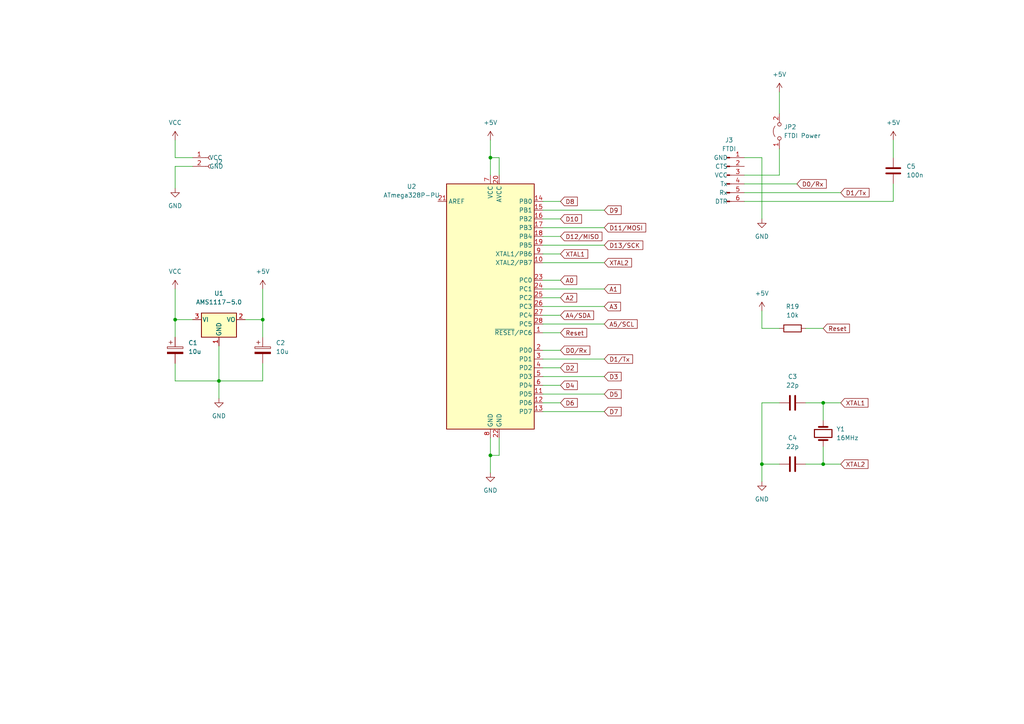
<source format=kicad_sch>
(kicad_sch (version 20211123) (generator eeschema)
  (paper "A4")
  (lib_symbols
    (symbol "Device:C" (pin_numbers hide) (pin_names (offset 0.254))
      (property "Reference" "C" (at 0.635 2.54 0))
      (property "Value" "C" (at 0.635 -2.54 0))
      (symbol "C_0_1"
        (polyline (pts (xy -2.032 -0.762) (xy 2.032 -0.762)) (stroke (width 0.508)))
        (polyline (pts (xy -2.032 0.762) (xy 2.032 0.762)) (stroke (width 0.508)))
      )
      (symbol "C_1_1"
        (pin passive line (at 0 3.81 270) (length 2.794) (name "~") (number "1"))
        (pin passive line (at 0 -3.81 90) (length 2.794) (name "~") (number "2"))
      )
    )
    (symbol "Device:C_Polarized" (pin_numbers hide) (pin_names (offset 0.254))
      (property "Reference" "C" (at 0.635 2.54 0))
      (property "Value" "C_Polarized" (at 0.635 -2.54 0))
      (symbol "C_Polarized_0_1"
        (rectangle (start -2.286 0.508) (end 2.286 1.016))
        (polyline (pts (xy -1.778 2.286) (xy -0.762 2.286)))
        (polyline (pts (xy -1.27 2.794) (xy -1.27 1.778)))
        (rectangle (start 2.286 -0.508) (end -2.286 -1.016) (fill (type outline)))
      )
      (symbol "C_Polarized_1_1"
        (pin passive line (at 0 3.81 270) (length 2.794) (name "~") (number "1"))
        (pin passive line (at 0 -3.81 90) (length 2.794) (name "~") (number "2"))
      )
    )
    (symbol "Device:Crystal" (pin_numbers hide) (pin_names (offset 1.016) hide)
      (property "Reference" "Y" (at 0 3.81 0))
      (property "Value" "Crystal" (at 0 -3.81 0))
      (symbol "Crystal_0_1"
        (rectangle (start -1.143 2.54) (end 1.143 -2.54) (stroke (width 0.3048)))
        (polyline (pts (xy -2.54 0) (xy -1.905 0)))
        (polyline (pts (xy -1.905 -1.27) (xy -1.905 1.27)) (stroke (width 0.508)))
        (polyline (pts (xy 1.905 -1.27) (xy 1.905 1.27)) (stroke (width 0.508)))
        (polyline (pts (xy 2.54 0) (xy 1.905 0)))
      )
      (symbol "Crystal_1_1"
        (pin passive line (at -3.81 0 0) (length 1.27) (name "1") (number "1"))
        (pin passive line (at 3.81 0 180) (length 1.27) (name "2") (number "2"))
      )
    )
    (symbol "Device:R" (pin_numbers hide) (pin_names (offset 0))
      (property "Reference" "R" (at 2.032 0 90))
      (property "Value" "R" (at 0 0 90))
      (symbol "R_0_1"
        (rectangle (start -1.016 -2.54) (end 1.016 2.54) (stroke (width 0.254)))
      )
      (symbol "R_1_1"
        (pin passive line (at 0 3.81 270) (length 1.27) (name "~") (number "1"))
        (pin passive line (at 0 -3.81 90) (length 1.27) (name "~") (number "2"))
      )
    )
    (symbol "Jumper:Jumper_2_Open" (pin_names (offset 0) hide)
      (property "Reference" "JP" (at 0 2.794 0))
      (property "Value" "Jumper_2_Open" (at 0 -2.286 0))
      (symbol "Jumper_2_Open_0_0"
        (circle (center -2.032 0) (radius 0.508))
        (circle (center 2.032 0) (radius 0.508))
      )
      (symbol "Jumper_2_Open_0_1"
        (arc (start 1.524 1.27) (mid 0 1.778) (end -1.524 1.27))
      )
      (symbol "Jumper_2_Open_1_1"
        (pin passive line (at -5.08 0 0) (length 2.54) (name "A") (number "1"))
        (pin passive line (at 5.08 0 180) (length 2.54) (name "B") (number "2"))
      )
    )
    (symbol "My_Headers:2-pin_power_input_header" (pin_names (offset 1.016))
      (property "Reference" "J" (at 0 2.54 0))
      (symbol "2-pin_power_input_header_1_1"
        (arc (start 0 -2.032) (mid -0.508 -2.54) (end 0 -3.048) (stroke (width 0.1524)))
        (polyline (pts (xy -1.27 -2.54) (xy -0.508 -2.54)) (stroke (width 0.1524)))
        (polyline (pts (xy -1.27 0) (xy -0.508 0)) (stroke (width 0.1524)))
        (arc (start 0 0.508) (mid -0.508 0) (end 0 -0.508) (stroke (width 0.1524)))
        (pin power_out line (at -5.08 0 0) (length 3.81) (name "VCC") (number "1"))
        (pin power_out line (at -5.08 -2.54 0) (length 3.81) (name "GND") (number "2"))
      )
    )
    (symbol "My_Headers:6-pin_FTDI_header" (pin_names (offset 1.016))
      (property "Reference" "J" (at 0 7.62 0))
      (property "Value" "6-pin_FTDI_header" (at 0 -10.16 0))
      (symbol "6-pin_FTDI_header_1_1"
        (polyline (pts (xy 1.27 -7.62) (xy 0.8636 -7.62)) (stroke (width 0.1524)))
        (polyline (pts (xy 1.27 -5.08) (xy 0.8636 -5.08)) (stroke (width 0.1524)))
        (polyline (pts (xy 1.27 -2.54) (xy 0.8636 -2.54)) (stroke (width 0.1524)))
        (polyline (pts (xy 1.27 0) (xy 0.8636 0)) (stroke (width 0.1524)))
        (polyline (pts (xy 1.27 2.54) (xy 0.8636 2.54)) (stroke (width 0.1524)))
        (polyline (pts (xy 1.27 5.08) (xy 0.8636 5.08)) (stroke (width 0.1524)))
        (rectangle (start 0.8636 -7.493) (end 0 -7.747) (stroke (width 0.1524)) (fill (type outline)))
        (rectangle (start 0.8636 -4.953) (end 0 -5.207) (stroke (width 0.1524)) (fill (type outline)))
        (rectangle (start 0.8636 -2.413) (end 0 -2.667) (stroke (width 0.1524)) (fill (type outline)))
        (rectangle (start 0.8636 0.127) (end 0 -0.127) (stroke (width 0.1524)) (fill (type outline)))
        (rectangle (start 0.8636 2.667) (end 0 2.413) (stroke (width 0.1524)) (fill (type outline)))
        (rectangle (start 0.8636 5.207) (end 0 4.953) (stroke (width 0.1524)) (fill (type outline)))
        (pin passive line (at 5.08 5.08 180) (length 3.81) (name "GND") (number "1"))
        (pin passive line (at 5.08 2.54 180) (length 3.81) (name "CTS") (number "2"))
        (pin passive line (at 5.08 0 180) (length 3.81) (name "VCC") (number "3"))
        (pin passive line (at 5.08 -2.54 180) (length 3.81) (name "Tx") (number "4"))
        (pin passive line (at 5.08 -5.08 180) (length 3.81) (name "Rx") (number "5"))
        (pin passive line (at 5.08 -7.62 180) (length 3.81) (name "DTR") (number "6"))
      )
    )
    (symbol "My_Misc:ATmega328P-PU"
      (property "Reference" "U" (at -12.7 36.83 0))
      (property "Value" "ATmega328P-PU" (at 7.62 -36.83 0))
      (symbol "ATmega328P-PU_0_1"
        (rectangle (start -12.7 -35.56) (end 12.7 35.56) (stroke (width 0.254)) (fill (type background)))
      )
      (symbol "ATmega328P-PU_1_1"
        (pin bidirectional line (at 15.24 -7.62 180) (length 2.54) (name "~{RESET}/PC6") (number "1"))
        (pin bidirectional line (at 15.24 12.7 180) (length 2.54) (name "XTAL2/PB7") (number "10"))
        (pin bidirectional line (at 15.24 -25.4 180) (length 2.54) (name "PD5") (number "11"))
        (pin bidirectional line (at 15.24 -27.94 180) (length 2.54) (name "PD6") (number "12"))
        (pin bidirectional line (at 15.24 -30.48 180) (length 2.54) (name "PD7") (number "13"))
        (pin bidirectional line (at 15.24 30.48 180) (length 2.54) (name "PB0") (number "14"))
        (pin bidirectional line (at 15.24 27.94 180) (length 2.54) (name "PB1") (number "15"))
        (pin bidirectional line (at 15.24 25.4 180) (length 2.54) (name "PB2") (number "16"))
        (pin bidirectional line (at 15.24 22.86 180) (length 2.54) (name "PB3") (number "17"))
        (pin bidirectional line (at 15.24 20.32 180) (length 2.54) (name "PB4") (number "18"))
        (pin bidirectional line (at 15.24 17.78 180) (length 2.54) (name "PB5") (number "19"))
        (pin bidirectional line (at 15.24 -12.7 180) (length 2.54) (name "PD0") (number "2"))
        (pin power_in line (at 2.54 38.1 270) (length 2.54) (name "AVCC") (number "20"))
        (pin passive line (at -15.24 30.48 0) (length 2.54) (name "AREF") (number "21"))
        (pin passive line (at 0 -38.1 90) (length 2.54) hide (name "GND") (number "22"))
        (pin power_in line (at 2.54 -38.1 90) (length 2.54) (name "GND") (number "22"))
        (pin bidirectional line (at 15.24 7.62 180) (length 2.54) (name "PC0") (number "23"))
        (pin bidirectional line (at 15.24 5.08 180) (length 2.54) (name "PC1") (number "24"))
        (pin bidirectional line (at 15.24 2.54 180) (length 2.54) (name "PC2") (number "25"))
        (pin bidirectional line (at 15.24 0 180) (length 2.54) (name "PC3") (number "26"))
        (pin bidirectional line (at 15.24 -2.54 180) (length 2.54) (name "PC4") (number "27"))
        (pin bidirectional line (at 15.24 -5.08 180) (length 2.54) (name "PC5") (number "28"))
        (pin bidirectional line (at 15.24 -15.24 180) (length 2.54) (name "PD1") (number "3"))
        (pin bidirectional line (at 15.24 -17.78 180) (length 2.54) (name "PD2") (number "4"))
        (pin bidirectional line (at 15.24 -20.32 180) (length 2.54) (name "PD3") (number "5"))
        (pin bidirectional line (at 15.24 -22.86 180) (length 2.54) (name "PD4") (number "6"))
        (pin power_in line (at 0 38.1 270) (length 2.54) (name "VCC") (number "7"))
        (pin power_in line (at 0 -38.1 90) (length 2.54) (name "GND") (number "8"))
        (pin bidirectional line (at 15.24 15.24 180) (length 2.54) (name "XTAL1/PB6") (number "9"))
      )
    )
    (symbol "Regulator_Linear:AMS1117-5.0" (pin_names (offset 0.254))
      (property "Reference" "U" (at -3.81 3.175 0))
      (property "Value" "AMS1117-5.0" (at 0 3.175 0))
      (symbol "AMS1117-5.0_0_1"
        (rectangle (start -5.08 -5.08) (end 5.08 1.905) (stroke (width 0.254)) (fill (type background)))
      )
      (symbol "AMS1117-5.0_1_1"
        (pin power_in line (at 0 -7.62 90) (length 2.54) (name "GND") (number "1"))
        (pin power_out line (at 7.62 0 180) (length 2.54) (name "VO") (number "2"))
        (pin power_in line (at -7.62 0 0) (length 2.54) (name "VI") (number "3"))
      )
    )
    (symbol "power:+5V" (power) (pin_names (offset 0))
      (property "Value" "+5V" (at 0 3.556 0))
      (symbol "+5V_0_1"
        (polyline (pts (xy -0.762 1.27) (xy 0 2.54)))
        (polyline (pts (xy 0 0) (xy 0 2.54)))
        (polyline (pts (xy 0 2.54) (xy 0.762 1.27)))
      )
      (symbol "+5V_1_1"
        (pin power_in line (at 0 0 90) (length 0) hide (name "+5V") (number "1"))
      )
    )
    (symbol "power:GND" (power) (pin_names (offset 0))
      (property "Value" "GND" (at 0 -3.81 0))
      (symbol "GND_0_1"
        (polyline (pts (xy 0 0) (xy 0 -1.27) (xy 1.27 -1.27) (xy 0 -2.54) (xy -1.27 -1.27) (xy 0 -1.27)))
      )
      (symbol "GND_1_1"
        (pin power_in line (at 0 0 270) (length 0) hide (name "GND") (number "1"))
      )
    )
    (symbol "power:VCC" (power) (pin_names (offset 0))
      (property "Value" "VCC" (at 0 3.81 0))
      (symbol "VCC_0_1"
        (polyline (pts (xy -0.762 1.27) (xy 0 2.54)))
        (polyline (pts (xy 0 0) (xy 0 2.54)))
        (polyline (pts (xy 0 2.54) (xy 0.762 1.27)))
      )
      (symbol "VCC_1_1"
        (pin power_in line (at 0 0 90) (length 0) hide (name "VCC") (number "1"))
      )
    )
  )
  (junction (at 220.98 134.62))
  (junction (at 238.76 134.62))
  (junction (at 50.8 92.71))
  (junction (at 142.24 45.72))
  (junction (at 238.76 116.84))
  (junction (at 63.5 110.49))
  (junction (at 76.2 92.71))
  (junction (at 142.24 132.08))
  (wire (pts (xy 63.5 110.49) (xy 50.8 110.49)))
  (wire (pts (xy 226.06 43.18) (xy 226.06 50.8)))
  (wire (pts (xy 238.76 116.84) (xy 233.68 116.84)))
  (wire (pts (xy 215.9 45.72) (xy 220.98 45.72)))
  (wire (pts (xy 157.48 63.5) (xy 162.56 63.5)))
  (wire (pts (xy 63.5 100.33) (xy 63.5 110.49)))
  (wire (pts (xy 226.06 95.25) (xy 220.98 95.25)))
  (wire (pts (xy 157.48 86.36) (xy 162.56 86.36)))
  (wire (pts (xy 157.48 83.82) (xy 175.26 83.82)))
  (wire (pts (xy 226.06 116.84) (xy 220.98 116.84)))
  (wire (pts (xy 157.48 81.28) (xy 162.56 81.28)))
  (wire (pts (xy 144.78 50.8) (xy 144.78 45.72)))
  (wire (pts (xy 157.48 106.68) (xy 162.56 106.68)))
  (wire (pts (xy 157.48 71.12) (xy 175.26 71.12)))
  (wire (pts (xy 220.98 45.72) (xy 220.98 63.5)))
  (wire (pts (xy 220.98 116.84) (xy 220.98 134.62)))
  (wire (pts (xy 157.48 104.14) (xy 175.26 104.14)))
  (wire (pts (xy 238.76 121.92) (xy 238.76 116.84)))
  (wire (pts (xy 157.48 111.76) (xy 162.56 111.76)))
  (wire (pts (xy 238.76 134.62) (xy 243.84 134.62)))
  (wire (pts (xy 142.24 40.64) (xy 142.24 45.72)))
  (wire (pts (xy 157.48 109.22) (xy 175.26 109.22)))
  (wire (pts (xy 142.24 127) (xy 142.24 132.08)))
  (wire (pts (xy 238.76 134.62) (xy 233.68 134.62)))
  (wire (pts (xy 144.78 132.08) (xy 142.24 132.08)))
  (wire (pts (xy 144.78 45.72) (xy 142.24 45.72)))
  (wire (pts (xy 50.8 92.71) (xy 55.88 92.71)))
  (wire (pts (xy 259.08 40.64) (xy 259.08 45.72)))
  (wire (pts (xy 157.48 58.42) (xy 162.56 58.42)))
  (wire (pts (xy 157.48 76.2) (xy 175.26 76.2)))
  (wire (pts (xy 157.48 68.58) (xy 162.56 68.58)))
  (wire (pts (xy 76.2 105.41) (xy 76.2 110.49)))
  (wire (pts (xy 142.24 45.72) (xy 142.24 50.8)))
  (wire (pts (xy 157.48 114.3) (xy 175.26 114.3)))
  (wire (pts (xy 76.2 110.49) (xy 63.5 110.49)))
  (wire (pts (xy 215.9 55.88) (xy 243.84 55.88)))
  (wire (pts (xy 259.08 53.34) (xy 259.08 58.42)))
  (wire (pts (xy 157.48 93.98) (xy 175.26 93.98)))
  (wire (pts (xy 238.76 116.84) (xy 243.84 116.84)))
  (wire (pts (xy 50.8 97.79) (xy 50.8 92.71)))
  (wire (pts (xy 220.98 134.62) (xy 220.98 139.7)))
  (wire (pts (xy 220.98 95.25) (xy 220.98 90.17)))
  (wire (pts (xy 157.48 119.38) (xy 175.26 119.38)))
  (wire (pts (xy 50.8 45.72) (xy 50.8 40.64)))
  (wire (pts (xy 238.76 129.54) (xy 238.76 134.62)))
  (wire (pts (xy 215.9 53.34) (xy 231.14 53.34)))
  (wire (pts (xy 259.08 58.42) (xy 215.9 58.42)))
  (wire (pts (xy 233.68 95.25) (xy 238.76 95.25)))
  (wire (pts (xy 157.48 96.52) (xy 162.56 96.52)))
  (wire (pts (xy 76.2 83.82) (xy 76.2 92.71)))
  (wire (pts (xy 157.48 116.84) (xy 162.56 116.84)))
  (wire (pts (xy 142.24 132.08) (xy 142.24 137.16)))
  (wire (pts (xy 157.48 73.66) (xy 162.56 73.66)))
  (wire (pts (xy 144.78 127) (xy 144.78 132.08)))
  (wire (pts (xy 50.8 83.82) (xy 50.8 92.71)))
  (wire (pts (xy 215.9 50.8) (xy 226.06 50.8)))
  (wire (pts (xy 157.48 60.96) (xy 175.26 60.96)))
  (wire (pts (xy 55.88 45.72) (xy 50.8 45.72)))
  (wire (pts (xy 157.48 66.04) (xy 175.26 66.04)))
  (wire (pts (xy 50.8 110.49) (xy 50.8 105.41)))
  (wire (pts (xy 76.2 92.71) (xy 76.2 97.79)))
  (wire (pts (xy 50.8 48.26) (xy 50.8 54.61)))
  (wire (pts (xy 157.48 91.44) (xy 162.56 91.44)))
  (wire (pts (xy 63.5 110.49) (xy 63.5 115.57)))
  (wire (pts (xy 220.98 134.62) (xy 226.06 134.62)))
  (wire (pts (xy 55.88 48.26) (xy 50.8 48.26)))
  (wire (pts (xy 157.48 101.6) (xy 162.56 101.6)))
  (wire (pts (xy 71.12 92.71) (xy 76.2 92.71)))
  (wire (pts (xy 157.48 88.9) (xy 175.26 88.9)))
  (wire (pts (xy 226.06 26.67) (xy 226.06 33.02)))
  (global_label "XTAL1" (shape input) (at 162.56 73.66 0) (property "Intersheet References" "${INTERSHEET_REFS}" (effects hide)))
  (global_label "A0" (shape input) (at 162.56 81.28 0) (property "Intersheet References" "${INTERSHEET_REFS}" (effects hide)))
  (global_label "Reset" (shape input) (at 162.56 96.52 0) (property "Intersheet References" "${INTERSHEET_REFS}" (effects hide)))
  (global_label "A2" (shape input) (at 162.56 86.36 0) (property "Intersheet References" "${INTERSHEET_REFS}" (effects hide)))
  (global_label "D1{slash}Tx" (shape input) (at 243.84 55.88 0) (property "Intersheet References" "${INTERSHEET_REFS}" (effects hide)))
  (global_label "Reset" (shape input) (at 238.76 95.25 0) (property "Intersheet References" "${INTERSHEET_REFS}" (effects hide)))
  (global_label "D9" (shape input) (at 175.26 60.96 0) (property "Intersheet References" "${INTERSHEET_REFS}" (effects hide)))
  (global_label "D5" (shape input) (at 175.26 114.3 0) (property "Intersheet References" "${INTERSHEET_REFS}" (effects hide)))
  (global_label "A3" (shape input) (at 175.26 88.9 0) (property "Intersheet References" "${INTERSHEET_REFS}" (effects hide)))
  (global_label "D2" (shape input) (at 162.56 106.68 0) (property "Intersheet References" "${INTERSHEET_REFS}" (effects hide)))
  (global_label "D4" (shape input) (at 162.56 111.76 0) (property "Intersheet References" "${INTERSHEET_REFS}" (effects hide)))
  (global_label "D13{slash}SCK" (shape input) (at 175.26 71.12 0) (property "Intersheet References" "${INTERSHEET_REFS}" (effects hide)))
  (global_label "A5{slash}SCL" (shape input) (at 175.26 93.98 0) (property "Intersheet References" "${INTERSHEET_REFS}" (effects hide)))
  (global_label "D7" (shape input) (at 175.26 119.38 0) (property "Intersheet References" "${INTERSHEET_REFS}" (effects hide)))
  (global_label "XTAL1" (shape input) (at 243.84 116.84 0) (property "Intersheet References" "${INTERSHEET_REFS}" (effects hide)))
  (global_label "A1" (shape input) (at 175.26 83.82 0) (property "Intersheet References" "${INTERSHEET_REFS}" (effects hide)))
  (global_label "D1{slash}Tx" (shape input) (at 175.26 104.14 0) (property "Intersheet References" "${INTERSHEET_REFS}" (effects hide)))
  (global_label "D11{slash}MOSI" (shape input) (at 175.26 66.04 0) (property "Intersheet References" "${INTERSHEET_REFS}" (effects hide)))
  (global_label "D0{slash}Rx" (shape input) (at 162.56 101.6 0) (property "Intersheet References" "${INTERSHEET_REFS}" (effects hide)))
  (global_label "D10" (shape input) (at 162.56 63.5 0) (property "Intersheet References" "${INTERSHEET_REFS}" (effects hide)))
  (global_label "D8" (shape input) (at 162.56 58.42 0) (property "Intersheet References" "${INTERSHEET_REFS}" (effects hide)))
  (global_label "D3" (shape input) (at 175.26 109.22 0) (property "Intersheet References" "${INTERSHEET_REFS}" (effects hide)))
  (global_label "D6" (shape input) (at 162.56 116.84 0) (property "Intersheet References" "${INTERSHEET_REFS}" (effects hide)))
  (global_label "D0{slash}Rx" (shape input) (at 231.14 53.34 0) (property "Intersheet References" "${INTERSHEET_REFS}" (effects hide)))
  (global_label "A4{slash}SDA" (shape input) (at 162.56 91.44 0) (property "Intersheet References" "${INTERSHEET_REFS}" (effects hide)))
  (global_label "XTAL2" (shape input) (at 175.26 76.2 0) (property "Intersheet References" "${INTERSHEET_REFS}" (effects hide)))
  (global_label "D12{slash}MISO" (shape input) (at 162.56 68.58 0) (property "Intersheet References" "${INTERSHEET_REFS}" (effects hide)))
  (global_label "XTAL2" (shape input) (at 243.84 134.62 0) (property "Intersheet References" "${INTERSHEET_REFS}" (effects hide)))
  (symbol (lib_id "My_Misc:ATmega328P-PU") (at 142.24 88.9 0) (unit 1)
    (property "Reference" "U2" (at 119.38 54.0893 0))
    (property "Value" "ATmega328P-PU" (at 119.38 56.6293 0))
    (property "Footprint" "My_Misc:ZIF_DIP_Socket-28_W6.9_W7.62_W7.62_W12.7_W13.5_w_dip_packet_large" (effects hide))
    (property "Datasheet" "http://ww1.microchip.com/downloads/en/DeviceDoc/ATmega328_P%20AVR%20MCU%20with%20picoPower%20Technology%20Data%20Sheet%2040001984A.pdf" (effects hide))
  )
  (symbol (lib_id "power:VCC") (at 50.8 40.64 0) (unit 1)
    (property "Reference" "#PWR04" (effects hide))
    (property "Value" "VCC" (at 50.8 35.56 0))
  )
  (symbol (lib_id "Regulator_Linear:AMS1117-5.0") (at 63.5 92.71 0) (unit 1)
    (property "Reference" "U1" (at 63.5 85.09 0))
    (property "Value" "AMS1117-5.0" (at 63.5 87.63 0))
    (property "Footprint" "Package_TO_SOT_SMD:SOT-223-3_TabPin2" (effects hide))
    (property "Datasheet" "http://www.advanced-monolithic.com/pdf/ds1117.pdf" (effects hide))
  )
  (symbol (lib_id "My_Headers:6-pin_FTDI_header") (at 210.82 50.8 0) (unit 1)
    (property "Reference" "J3" (at 211.455 40.64 0))
    (property "Value" "FTDI" (at 211.455 43.18 0))
    (property "Footprint" "My_Headers:6-pin FTDI Programmer PinSocket large" (effects hide))
  )
  (symbol (lib_id "Device:R") (at 229.87 95.25 90) (unit 1)
    (property "Reference" "R19" (at 229.87 88.9 90))
    (property "Value" "10k" (at 229.87 91.44 90))
    (property "Footprint" "My_Misc:R_Axial_DIN0207_L6.3mm_D2.5mm_P10.16mm_Horizontal_larger_pads" (effects hide))
  )
  (symbol (lib_id "Device:C_Polarized") (at 50.8 101.6 0) (unit 1)
    (property "Reference" "C1" (at 54.61 99.4409 0) (effects (justify left)))
    (property "Value" "10u" (at 54.61 101.9809 0) (effects (justify left)))
    (property "Footprint" "My_Misc:CP_Radial_D5.0mm_P2.00mm_larger" (effects hide))
  )
  (symbol (lib_id "Device:C") (at 229.87 116.84 90) (unit 1)
    (property "Reference" "C3" (at 229.87 109.22 90))
    (property "Value" "22p" (at 229.87 111.76 90))
    (property "Footprint" "My_Misc:C_Disc_D3.0mm_W1.6mm_P2.50mm_larg" (effects hide))
  )
  (symbol (lib_id "power:+5V") (at 226.06 26.67 0) (unit 1)
    (property "Reference" "#PWR014" (effects hide))
    (property "Value" "+5V" (at 226.06 21.59 0))
  )
  (symbol (lib_id "Device:C") (at 229.87 134.62 90) (unit 1)
    (property "Reference" "C4" (at 229.87 127 90))
    (property "Value" "22p" (at 229.87 129.54 90))
    (property "Footprint" "My_Misc:C_Disc_D3.0mm_W1.6mm_P2.50mm_larg" (effects hide))
  )
  (symbol (lib_id "Device:C") (at 259.08 49.53 180) (unit 1)
    (property "Reference" "C5" (at 262.89 48.2599 0) (effects (justify right)))
    (property "Value" "100n" (at 262.89 50.7999 0) (effects (justify right)))
    (property "Footprint" "My_Misc:C_Disc_D4.3mm_W1.9mm_P5.00mm_large" (effects hide))
  )
  (symbol (lib_id "power:GND") (at 63.5 115.57 0) (unit 1)
    (property "Reference" "#PWR07" (effects hide))
    (property "Value" "GND" (at 63.5 120.65 0))
  )
  (symbol (lib_id "power:VCC") (at 50.8 83.82 0) (unit 1)
    (property "Reference" "#PWR06" (effects hide))
    (property "Value" "VCC" (at 50.8 78.74 0))
  )
  (symbol (lib_id "power:GND") (at 50.8 54.61 0) (unit 1)
    (property "Reference" "#PWR05" (effects hide))
    (property "Value" "GND" (at 50.8 59.69 0))
  )
  (symbol (lib_id "Device:C_Polarized") (at 76.2 101.6 0) (unit 1)
    (property "Reference" "C2" (at 80.01 99.4409 0) (effects (justify left)))
    (property "Value" "10u" (at 80.01 101.9809 0) (effects (justify left)))
    (property "Footprint" "My_Misc:CP_Radial_D5.0mm_P2.00mm_larger" (effects hide))
  )
  (symbol (lib_id "My_Headers:2-pin_power_input_header") (at 60.96 45.72 0) (unit 1)
    (property "Reference" "J2" (at 62.23 46.9899 0) (effects (justify left)))
    (property "Value" "Power in" (effects hide))
    (property "Footprint" "My_Misc:BarrelJack_Horizontal" (effects hide))
  )
  (symbol (lib_id "power:+5V") (at 142.24 40.64 0) (unit 1)
    (property "Reference" "#PWR09" (effects hide))
    (property "Value" "+5V" (at 142.24 35.56 0))
  )
  (symbol (lib_id "power:+5V") (at 220.98 90.17 0) (unit 1)
    (property "Reference" "#PWR012" (effects hide))
    (property "Value" "+5V" (at 220.98 85.09 0))
  )
  (symbol (lib_id "power:+5V") (at 259.08 40.64 0) (unit 1)
    (property "Reference" "#PWR015" (effects hide))
    (property "Value" "+5V" (at 259.08 35.56 0))
  )
  (symbol (lib_id "power:GND") (at 220.98 139.7 0) (unit 1)
    (property "Reference" "#PWR013" (effects hide))
    (property "Value" "GND" (at 220.98 144.78 0))
  )
  (symbol (lib_id "power:+5V") (at 76.2 83.82 0) (unit 1)
    (property "Reference" "#PWR08" (effects hide))
    (property "Value" "+5V" (at 76.2 78.74 0))
  )
  (symbol (lib_id "power:GND") (at 220.98 63.5 0) (unit 1)
    (property "Reference" "#PWR011" (effects hide))
    (property "Value" "GND" (at 220.98 68.58 0))
  )
  (symbol (lib_id "power:GND") (at 142.24 137.16 0) (unit 1)
    (property "Reference" "#PWR010" (effects hide))
    (property "Value" "GND" (at 142.24 142.24 0))
  )
  (symbol (lib_id "Jumper:Jumper_2_Open") (at 226.06 38.1 90) (unit 1)
    (property "Reference" "JP2" (at 227.33 36.8299 90) (effects (justify right)))
    (property "Value" "FTDI Power" (at 227.33 39.3699 90) (effects (justify right)))
    (property "Footprint" "My_Parts:Jumper_1x02_P2.54mm_large" (effects hide))
  )
  (symbol (lib_id "Device:Crystal") (at 238.76 125.73 90) (unit 1)
    (property "Reference" "Y1" (at 242.57 124.4599 90) (effects (justify right)))
    (property "Value" "16MHz" (at 242.57 126.9999 90) (effects (justify right)))
    (property "Footprint" "My_Misc:Crystal_HC49-4H_Vertical_large" (effects hide))
  )
)
</source>
